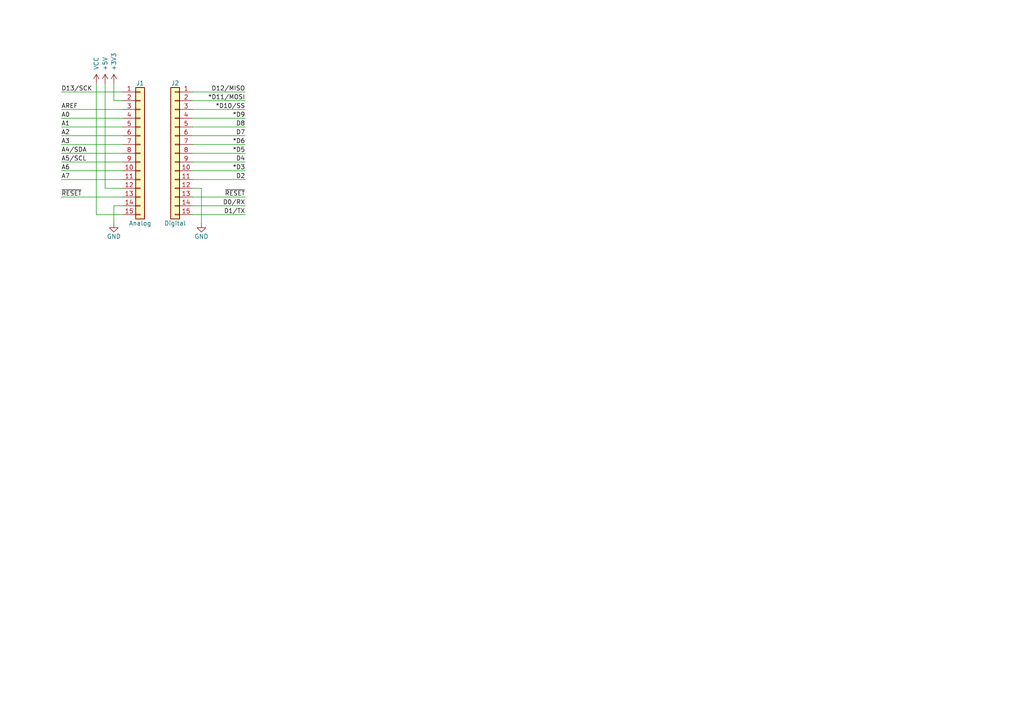
<source format=kicad_sch>
(kicad_sch (version 20211123) (generator eeschema)

  (uuid 0d35483a-0b12-46cc-b9f2-896fd6831779)

  (paper "A4")

  (title_block
    (date "sam. 04 avril 2015")
  )

  (lib_symbols
    (symbol "Connector_Generic:Conn_01x15" (pin_names (offset 1.016) hide) (in_bom yes) (on_board yes)
      (property "Reference" "J" (id 0) (at 0 20.32 0)
        (effects (font (size 1.27 1.27)))
      )
      (property "Value" "Conn_01x15" (id 1) (at 0 -20.32 0)
        (effects (font (size 1.27 1.27)))
      )
      (property "Footprint" "" (id 2) (at 0 0 0)
        (effects (font (size 1.27 1.27)) hide)
      )
      (property "Datasheet" "~" (id 3) (at 0 0 0)
        (effects (font (size 1.27 1.27)) hide)
      )
      (property "ki_keywords" "connector" (id 4) (at 0 0 0)
        (effects (font (size 1.27 1.27)) hide)
      )
      (property "ki_description" "Generic connector, single row, 01x15, script generated (kicad-library-utils/schlib/autogen/connector/)" (id 5) (at 0 0 0)
        (effects (font (size 1.27 1.27)) hide)
      )
      (property "ki_fp_filters" "Connector*:*_1x??_*" (id 6) (at 0 0 0)
        (effects (font (size 1.27 1.27)) hide)
      )
      (symbol "Conn_01x15_1_1"
        (rectangle (start -1.27 -17.653) (end 0 -17.907)
          (stroke (width 0.1524) (type default) (color 0 0 0 0))
          (fill (type none))
        )
        (rectangle (start -1.27 -15.113) (end 0 -15.367)
          (stroke (width 0.1524) (type default) (color 0 0 0 0))
          (fill (type none))
        )
        (rectangle (start -1.27 -12.573) (end 0 -12.827)
          (stroke (width 0.1524) (type default) (color 0 0 0 0))
          (fill (type none))
        )
        (rectangle (start -1.27 -10.033) (end 0 -10.287)
          (stroke (width 0.1524) (type default) (color 0 0 0 0))
          (fill (type none))
        )
        (rectangle (start -1.27 -7.493) (end 0 -7.747)
          (stroke (width 0.1524) (type default) (color 0 0 0 0))
          (fill (type none))
        )
        (rectangle (start -1.27 -4.953) (end 0 -5.207)
          (stroke (width 0.1524) (type default) (color 0 0 0 0))
          (fill (type none))
        )
        (rectangle (start -1.27 -2.413) (end 0 -2.667)
          (stroke (width 0.1524) (type default) (color 0 0 0 0))
          (fill (type none))
        )
        (rectangle (start -1.27 0.127) (end 0 -0.127)
          (stroke (width 0.1524) (type default) (color 0 0 0 0))
          (fill (type none))
        )
        (rectangle (start -1.27 2.667) (end 0 2.413)
          (stroke (width 0.1524) (type default) (color 0 0 0 0))
          (fill (type none))
        )
        (rectangle (start -1.27 5.207) (end 0 4.953)
          (stroke (width 0.1524) (type default) (color 0 0 0 0))
          (fill (type none))
        )
        (rectangle (start -1.27 7.747) (end 0 7.493)
          (stroke (width 0.1524) (type default) (color 0 0 0 0))
          (fill (type none))
        )
        (rectangle (start -1.27 10.287) (end 0 10.033)
          (stroke (width 0.1524) (type default) (color 0 0 0 0))
          (fill (type none))
        )
        (rectangle (start -1.27 12.827) (end 0 12.573)
          (stroke (width 0.1524) (type default) (color 0 0 0 0))
          (fill (type none))
        )
        (rectangle (start -1.27 15.367) (end 0 15.113)
          (stroke (width 0.1524) (type default) (color 0 0 0 0))
          (fill (type none))
        )
        (rectangle (start -1.27 17.907) (end 0 17.653)
          (stroke (width 0.1524) (type default) (color 0 0 0 0))
          (fill (type none))
        )
        (rectangle (start -1.27 19.05) (end 1.27 -19.05)
          (stroke (width 0.254) (type default) (color 0 0 0 0))
          (fill (type background))
        )
        (pin passive line (at -5.08 17.78 0) (length 3.81)
          (name "Pin_1" (effects (font (size 1.27 1.27))))
          (number "1" (effects (font (size 1.27 1.27))))
        )
        (pin passive line (at -5.08 -5.08 0) (length 3.81)
          (name "Pin_10" (effects (font (size 1.27 1.27))))
          (number "10" (effects (font (size 1.27 1.27))))
        )
        (pin passive line (at -5.08 -7.62 0) (length 3.81)
          (name "Pin_11" (effects (font (size 1.27 1.27))))
          (number "11" (effects (font (size 1.27 1.27))))
        )
        (pin passive line (at -5.08 -10.16 0) (length 3.81)
          (name "Pin_12" (effects (font (size 1.27 1.27))))
          (number "12" (effects (font (size 1.27 1.27))))
        )
        (pin passive line (at -5.08 -12.7 0) (length 3.81)
          (name "Pin_13" (effects (font (size 1.27 1.27))))
          (number "13" (effects (font (size 1.27 1.27))))
        )
        (pin passive line (at -5.08 -15.24 0) (length 3.81)
          (name "Pin_14" (effects (font (size 1.27 1.27))))
          (number "14" (effects (font (size 1.27 1.27))))
        )
        (pin passive line (at -5.08 -17.78 0) (length 3.81)
          (name "Pin_15" (effects (font (size 1.27 1.27))))
          (number "15" (effects (font (size 1.27 1.27))))
        )
        (pin passive line (at -5.08 15.24 0) (length 3.81)
          (name "Pin_2" (effects (font (size 1.27 1.27))))
          (number "2" (effects (font (size 1.27 1.27))))
        )
        (pin passive line (at -5.08 12.7 0) (length 3.81)
          (name "Pin_3" (effects (font (size 1.27 1.27))))
          (number "3" (effects (font (size 1.27 1.27))))
        )
        (pin passive line (at -5.08 10.16 0) (length 3.81)
          (name "Pin_4" (effects (font (size 1.27 1.27))))
          (number "4" (effects (font (size 1.27 1.27))))
        )
        (pin passive line (at -5.08 7.62 0) (length 3.81)
          (name "Pin_5" (effects (font (size 1.27 1.27))))
          (number "5" (effects (font (size 1.27 1.27))))
        )
        (pin passive line (at -5.08 5.08 0) (length 3.81)
          (name "Pin_6" (effects (font (size 1.27 1.27))))
          (number "6" (effects (font (size 1.27 1.27))))
        )
        (pin passive line (at -5.08 2.54 0) (length 3.81)
          (name "Pin_7" (effects (font (size 1.27 1.27))))
          (number "7" (effects (font (size 1.27 1.27))))
        )
        (pin passive line (at -5.08 0 0) (length 3.81)
          (name "Pin_8" (effects (font (size 1.27 1.27))))
          (number "8" (effects (font (size 1.27 1.27))))
        )
        (pin passive line (at -5.08 -2.54 0) (length 3.81)
          (name "Pin_9" (effects (font (size 1.27 1.27))))
          (number "9" (effects (font (size 1.27 1.27))))
        )
      )
    )
    (symbol "power:+3.3V" (power) (pin_names (offset 0)) (in_bom yes) (on_board yes)
      (property "Reference" "#PWR" (id 0) (at 0 -3.81 0)
        (effects (font (size 1.27 1.27)) hide)
      )
      (property "Value" "+3.3V" (id 1) (at 0 3.556 0)
        (effects (font (size 1.27 1.27)))
      )
      (property "Footprint" "" (id 2) (at 0 0 0)
        (effects (font (size 1.27 1.27)) hide)
      )
      (property "Datasheet" "" (id 3) (at 0 0 0)
        (effects (font (size 1.27 1.27)) hide)
      )
      (property "ki_keywords" "power-flag" (id 4) (at 0 0 0)
        (effects (font (size 1.27 1.27)) hide)
      )
      (property "ki_description" "Power symbol creates a global label with name \"+3.3V\"" (id 5) (at 0 0 0)
        (effects (font (size 1.27 1.27)) hide)
      )
      (symbol "+3.3V_0_1"
        (polyline
          (pts
            (xy -0.762 1.27)
            (xy 0 2.54)
          )
          (stroke (width 0) (type default) (color 0 0 0 0))
          (fill (type none))
        )
        (polyline
          (pts
            (xy 0 0)
            (xy 0 2.54)
          )
          (stroke (width 0) (type default) (color 0 0 0 0))
          (fill (type none))
        )
        (polyline
          (pts
            (xy 0 2.54)
            (xy 0.762 1.27)
          )
          (stroke (width 0) (type default) (color 0 0 0 0))
          (fill (type none))
        )
      )
      (symbol "+3.3V_1_1"
        (pin power_in line (at 0 0 90) (length 0) hide
          (name "+3V3" (effects (font (size 1.27 1.27))))
          (number "1" (effects (font (size 1.27 1.27))))
        )
      )
    )
    (symbol "power:+5V" (power) (pin_names (offset 0)) (in_bom yes) (on_board yes)
      (property "Reference" "#PWR" (id 0) (at 0 -3.81 0)
        (effects (font (size 1.27 1.27)) hide)
      )
      (property "Value" "+5V" (id 1) (at 0 3.556 0)
        (effects (font (size 1.27 1.27)))
      )
      (property "Footprint" "" (id 2) (at 0 0 0)
        (effects (font (size 1.27 1.27)) hide)
      )
      (property "Datasheet" "" (id 3) (at 0 0 0)
        (effects (font (size 1.27 1.27)) hide)
      )
      (property "ki_keywords" "power-flag" (id 4) (at 0 0 0)
        (effects (font (size 1.27 1.27)) hide)
      )
      (property "ki_description" "Power symbol creates a global label with name \"+5V\"" (id 5) (at 0 0 0)
        (effects (font (size 1.27 1.27)) hide)
      )
      (symbol "+5V_0_1"
        (polyline
          (pts
            (xy -0.762 1.27)
            (xy 0 2.54)
          )
          (stroke (width 0) (type default) (color 0 0 0 0))
          (fill (type none))
        )
        (polyline
          (pts
            (xy 0 0)
            (xy 0 2.54)
          )
          (stroke (width 0) (type default) (color 0 0 0 0))
          (fill (type none))
        )
        (polyline
          (pts
            (xy 0 2.54)
            (xy 0.762 1.27)
          )
          (stroke (width 0) (type default) (color 0 0 0 0))
          (fill (type none))
        )
      )
      (symbol "+5V_1_1"
        (pin power_in line (at 0 0 90) (length 0) hide
          (name "+5V" (effects (font (size 1.27 1.27))))
          (number "1" (effects (font (size 1.27 1.27))))
        )
      )
    )
    (symbol "power:GND" (power) (pin_names (offset 0)) (in_bom yes) (on_board yes)
      (property "Reference" "#PWR" (id 0) (at 0 -6.35 0)
        (effects (font (size 1.27 1.27)) hide)
      )
      (property "Value" "GND" (id 1) (at 0 -3.81 0)
        (effects (font (size 1.27 1.27)))
      )
      (property "Footprint" "" (id 2) (at 0 0 0)
        (effects (font (size 1.27 1.27)) hide)
      )
      (property "Datasheet" "" (id 3) (at 0 0 0)
        (effects (font (size 1.27 1.27)) hide)
      )
      (property "ki_keywords" "power-flag" (id 4) (at 0 0 0)
        (effects (font (size 1.27 1.27)) hide)
      )
      (property "ki_description" "Power symbol creates a global label with name \"GND\" , ground" (id 5) (at 0 0 0)
        (effects (font (size 1.27 1.27)) hide)
      )
      (symbol "GND_0_1"
        (polyline
          (pts
            (xy 0 0)
            (xy 0 -1.27)
            (xy 1.27 -1.27)
            (xy 0 -2.54)
            (xy -1.27 -1.27)
            (xy 0 -1.27)
          )
          (stroke (width 0) (type default) (color 0 0 0 0))
          (fill (type none))
        )
      )
      (symbol "GND_1_1"
        (pin power_in line (at 0 0 270) (length 0) hide
          (name "GND" (effects (font (size 1.27 1.27))))
          (number "1" (effects (font (size 1.27 1.27))))
        )
      )
    )
    (symbol "power:VCC" (power) (pin_names (offset 0)) (in_bom yes) (on_board yes)
      (property "Reference" "#PWR" (id 0) (at 0 -3.81 0)
        (effects (font (size 1.27 1.27)) hide)
      )
      (property "Value" "VCC" (id 1) (at 0 3.81 0)
        (effects (font (size 1.27 1.27)))
      )
      (property "Footprint" "" (id 2) (at 0 0 0)
        (effects (font (size 1.27 1.27)) hide)
      )
      (property "Datasheet" "" (id 3) (at 0 0 0)
        (effects (font (size 1.27 1.27)) hide)
      )
      (property "ki_keywords" "power-flag" (id 4) (at 0 0 0)
        (effects (font (size 1.27 1.27)) hide)
      )
      (property "ki_description" "Power symbol creates a global label with name \"VCC\"" (id 5) (at 0 0 0)
        (effects (font (size 1.27 1.27)) hide)
      )
      (symbol "VCC_0_1"
        (polyline
          (pts
            (xy -0.762 1.27)
            (xy 0 2.54)
          )
          (stroke (width 0) (type default) (color 0 0 0 0))
          (fill (type none))
        )
        (polyline
          (pts
            (xy 0 0)
            (xy 0 2.54)
          )
          (stroke (width 0) (type default) (color 0 0 0 0))
          (fill (type none))
        )
        (polyline
          (pts
            (xy 0 2.54)
            (xy 0.762 1.27)
          )
          (stroke (width 0) (type default) (color 0 0 0 0))
          (fill (type none))
        )
      )
      (symbol "VCC_1_1"
        (pin power_in line (at 0 0 90) (length 0) hide
          (name "VCC" (effects (font (size 1.27 1.27))))
          (number "1" (effects (font (size 1.27 1.27))))
        )
      )
    )
  )


  (wire (pts (xy 55.88 59.69) (xy 71.12 59.69))
    (stroke (width 0) (type solid) (color 0 0 0 0))
    (uuid 004f77db-035a-4124-a1f6-b93657669896)
  )
  (wire (pts (xy 35.56 29.21) (xy 33.02 29.21))
    (stroke (width 0) (type solid) (color 0 0 0 0))
    (uuid 0613c665-681f-415e-b037-3a4028b50f8f)
  )
  (wire (pts (xy 17.78 39.37) (xy 35.56 39.37))
    (stroke (width 0) (type solid) (color 0 0 0 0))
    (uuid 1cb78ae5-9892-491d-a804-f89292a637d8)
  )
  (wire (pts (xy 17.78 44.45) (xy 35.56 44.45))
    (stroke (width 0) (type solid) (color 0 0 0 0))
    (uuid 1ec744a7-b90b-4c61-88bc-2c9aac322afd)
  )
  (wire (pts (xy 30.48 24.13) (xy 30.48 54.61))
    (stroke (width 0) (type solid) (color 0 0 0 0))
    (uuid 22a763f9-a4ea-4493-a861-a12440c0ac58)
  )
  (wire (pts (xy 35.56 54.61) (xy 30.48 54.61))
    (stroke (width 0) (type solid) (color 0 0 0 0))
    (uuid 22a763f9-a4ea-4493-a861-a12440c0ac59)
  )
  (wire (pts (xy 17.78 41.91) (xy 35.56 41.91))
    (stroke (width 0) (type solid) (color 0 0 0 0))
    (uuid 37647ca6-681d-4668-be6f-538f6740826c)
  )
  (wire (pts (xy 55.88 31.75) (xy 71.12 31.75))
    (stroke (width 0) (type solid) (color 0 0 0 0))
    (uuid 3880afe5-062c-41ae-8e76-f55acbf5ead9)
  )
  (wire (pts (xy 55.88 36.83) (xy 71.12 36.83))
    (stroke (width 0) (type solid) (color 0 0 0 0))
    (uuid 4b5c1736-e9f2-47b1-8849-dab775154a2d)
  )
  (wire (pts (xy 55.88 39.37) (xy 71.12 39.37))
    (stroke (width 0) (type solid) (color 0 0 0 0))
    (uuid 512cab5f-43f3-4ecd-9d7a-7bf8592e8118)
  )
  (wire (pts (xy 55.88 52.07) (xy 71.12 52.07))
    (stroke (width 0) (type solid) (color 0 0 0 0))
    (uuid 63b67fc0-88dc-479c-a19a-cf4186180a76)
  )
  (wire (pts (xy 17.78 31.75) (xy 35.56 31.75))
    (stroke (width 0) (type solid) (color 0 0 0 0))
    (uuid 7b8d3495-5da9-45a1-9c2f-15e172063ffa)
  )
  (wire (pts (xy 55.88 44.45) (xy 71.12 44.45))
    (stroke (width 0) (type solid) (color 0 0 0 0))
    (uuid 80efb8ec-d89c-4864-9595-9b53a7277783)
  )
  (wire (pts (xy 33.02 24.13) (xy 33.02 29.21))
    (stroke (width 0) (type solid) (color 0 0 0 0))
    (uuid 827b62c7-27f3-4490-8202-02430e85a9da)
  )
  (wire (pts (xy 55.88 54.61) (xy 58.42 54.61))
    (stroke (width 0) (type solid) (color 0 0 0 0))
    (uuid 830176a4-b2e6-4aa8-8d82-7b03b5cb1637)
  )
  (wire (pts (xy 55.88 26.67) (xy 71.12 26.67))
    (stroke (width 0) (type solid) (color 0 0 0 0))
    (uuid 890dba85-5364-490f-b26f-bd65acd5d756)
  )
  (wire (pts (xy 27.94 24.13) (xy 27.94 62.23))
    (stroke (width 0) (type solid) (color 0 0 0 0))
    (uuid 8991b924-f721-48ae-a82d-04118434898d)
  )
  (wire (pts (xy 35.56 62.23) (xy 27.94 62.23))
    (stroke (width 0) (type solid) (color 0 0 0 0))
    (uuid 8991b924-f721-48ae-a82d-04118434898e)
  )
  (wire (pts (xy 17.78 57.15) (xy 35.56 57.15))
    (stroke (width 0) (type solid) (color 0 0 0 0))
    (uuid 8df6175a-1f21-487b-88c3-8a5a9f2319d7)
  )
  (wire (pts (xy 55.88 41.91) (xy 71.12 41.91))
    (stroke (width 0) (type solid) (color 0 0 0 0))
    (uuid 92f2ec1a-1ec5-4737-a86d-0627998779c7)
  )
  (wire (pts (xy 55.88 46.99) (xy 71.12 46.99))
    (stroke (width 0) (type solid) (color 0 0 0 0))
    (uuid 9427daf4-89bd-4fb4-a139-de482bcb6250)
  )
  (wire (pts (xy 17.78 34.29) (xy 35.56 34.29))
    (stroke (width 0) (type solid) (color 0 0 0 0))
    (uuid a15d73e3-c101-4530-98e6-366a90e4c045)
  )
  (wire (pts (xy 17.78 26.67) (xy 35.56 26.67))
    (stroke (width 0) (type solid) (color 0 0 0 0))
    (uuid b3a75b03-2b00-4bf4-9caa-49ea17f456d7)
  )
  (wire (pts (xy 55.88 49.53) (xy 71.12 49.53))
    (stroke (width 0) (type solid) (color 0 0 0 0))
    (uuid b4914b85-2b16-49d0-94eb-cb1035996914)
  )
  (wire (pts (xy 17.78 52.07) (xy 35.56 52.07))
    (stroke (width 0) (type solid) (color 0 0 0 0))
    (uuid bfdad00d-47b8-4628-9301-f459b252b7a0)
  )
  (wire (pts (xy 17.78 46.99) (xy 35.56 46.99))
    (stroke (width 0) (type solid) (color 0 0 0 0))
    (uuid c002e9a1-def2-4c8a-94b9-f6676c672a60)
  )
  (wire (pts (xy 55.88 34.29) (xy 71.12 34.29))
    (stroke (width 0) (type solid) (color 0 0 0 0))
    (uuid cb4fcfa7-6193-43d6-8e5b-691944704ba2)
  )
  (wire (pts (xy 55.88 57.15) (xy 71.12 57.15))
    (stroke (width 0) (type solid) (color 0 0 0 0))
    (uuid ce233980-82cb-4dcd-a7a8-233368de2d4a)
  )
  (wire (pts (xy 58.42 54.61) (xy 58.42 64.77))
    (stroke (width 0) (type solid) (color 0 0 0 0))
    (uuid d17dc28a-c2e6-428e-b6cb-5cf6e9e7bbd3)
  )
  (wire (pts (xy 55.88 62.23) (xy 71.12 62.23))
    (stroke (width 0) (type solid) (color 0 0 0 0))
    (uuid dacb5170-82b3-464b-8624-61120120cf8e)
  )
  (wire (pts (xy 17.78 49.53) (xy 35.56 49.53))
    (stroke (width 0) (type solid) (color 0 0 0 0))
    (uuid e5147152-2718-4764-b0b2-bc208d89a5a8)
  )
  (wire (pts (xy 33.02 59.69) (xy 33.02 64.77))
    (stroke (width 0) (type solid) (color 0 0 0 0))
    (uuid f5c098e0-fc36-4b6f-9b18-934da332c8fc)
  )
  (wire (pts (xy 35.56 59.69) (xy 33.02 59.69))
    (stroke (width 0) (type solid) (color 0 0 0 0))
    (uuid f5c098e0-fc36-4b6f-9b18-934da332c8fd)
  )
  (wire (pts (xy 17.78 36.83) (xy 35.56 36.83))
    (stroke (width 0) (type solid) (color 0 0 0 0))
    (uuid f7e178b6-bb2f-4503-b795-7991a07c024f)
  )
  (wire (pts (xy 55.88 29.21) (xy 71.12 29.21))
    (stroke (width 0) (type solid) (color 0 0 0 0))
    (uuid fee43712-22d8-4db1-92a8-2882253af55d)
  )

  (label "D4" (at 71.12 46.99 180)
    (effects (font (size 1.27 1.27)) (justify right bottom))
    (uuid 0548dd48-82f0-4dfd-b7c7-8c6d6a53966d)
  )
  (label "*D5" (at 71.12 44.45 180)
    (effects (font (size 1.27 1.27)) (justify right bottom))
    (uuid 2121c4b3-a146-4d20-af7e-66b379dc0906)
  )
  (label "A2" (at 17.78 39.37 0)
    (effects (font (size 1.27 1.27)) (justify left bottom))
    (uuid 2e1c2e65-5f04-49e2-8fc2-fb7023d1caa4)
  )
  (label "D7" (at 71.12 39.37 180)
    (effects (font (size 1.27 1.27)) (justify right bottom))
    (uuid 3568c226-c5f9-4ea9-821a-aaef9fed4ede)
  )
  (label "D13{slash}SCK" (at 17.78 26.67 0)
    (effects (font (size 1.27 1.27)) (justify left bottom))
    (uuid 4df5306c-d1f8-4f35-9e22-6412b2c40f94)
  )
  (label "A7" (at 17.78 52.07 0)
    (effects (font (size 1.27 1.27)) (justify left bottom))
    (uuid 56d941f2-8214-44c6-8ad2-5e60b7da1e5e)
  )
  (label "*D6" (at 71.12 41.91 180)
    (effects (font (size 1.27 1.27)) (justify right bottom))
    (uuid 61132bd2-4cc5-4366-9262-e88893dc20a1)
  )
  (label "*D11{slash}MOSI" (at 71.12 29.21 180)
    (effects (font (size 1.27 1.27)) (justify right bottom))
    (uuid 74b94d74-eade-428b-a6b7-a363dd0f6546)
  )
  (label "A1" (at 17.78 36.83 0)
    (effects (font (size 1.27 1.27)) (justify left bottom))
    (uuid 760a4838-cda5-4b2f-81a0-41a8774a8ea5)
  )
  (label "A4{slash}SDA" (at 17.78 44.45 0)
    (effects (font (size 1.27 1.27)) (justify left bottom))
    (uuid 8d4e04e4-83b1-41ce-8748-071f7ad61cba)
  )
  (label "A5{slash}SCL" (at 17.78 46.99 0)
    (effects (font (size 1.27 1.27)) (justify left bottom))
    (uuid 90cf52df-bd79-404d-aa60-e254d08b5d48)
  )
  (label "A3" (at 17.78 41.91 0)
    (effects (font (size 1.27 1.27)) (justify left bottom))
    (uuid a749243c-4d08-4e8e-a789-9f617f366d8f)
  )
  (label "~{RESET}" (at 71.12 57.15 180)
    (effects (font (size 1.27 1.27)) (justify right bottom))
    (uuid a8167c8c-76f9-42ff-885a-ff751268241f)
  )
  (label "~{RESET}" (at 17.78 57.15 0)
    (effects (font (size 1.27 1.27)) (justify left bottom))
    (uuid a8f529f9-3981-412d-9906-5e875e982acd)
  )
  (label "A6" (at 17.78 49.53 0)
    (effects (font (size 1.27 1.27)) (justify left bottom))
    (uuid aba042c1-f157-4dde-9500-808ea083da72)
  )
  (label "A0" (at 17.78 34.29 0)
    (effects (font (size 1.27 1.27)) (justify left bottom))
    (uuid af22c88c-fcb5-4412-b247-91bcb92cd0a1)
  )
  (label "*D9" (at 71.12 34.29 180)
    (effects (font (size 1.27 1.27)) (justify right bottom))
    (uuid b87a78be-5039-43c8-af84-7828b71d40b4)
  )
  (label "*D3" (at 71.12 49.53 180)
    (effects (font (size 1.27 1.27)) (justify right bottom))
    (uuid c7c752d9-073c-43c6-aa61-7daad5f6cc5f)
  )
  (label "D2" (at 71.12 52.07 180)
    (effects (font (size 1.27 1.27)) (justify right bottom))
    (uuid cfee8089-f73c-4dde-a1b1-953bf0c0351b)
  )
  (label "D8" (at 71.12 36.83 180)
    (effects (font (size 1.27 1.27)) (justify right bottom))
    (uuid da7b1b00-ede4-48f2-ac44-7ed7fa7c6f9c)
  )
  (label "D1{slash}TX" (at 71.12 62.23 180)
    (effects (font (size 1.27 1.27)) (justify right bottom))
    (uuid db1e112f-d63c-4988-94e6-bb7ef35b1dae)
  )
  (label "D0{slash}RX" (at 71.12 59.69 180)
    (effects (font (size 1.27 1.27)) (justify right bottom))
    (uuid dc63ba23-aaf4-4703-b48b-fd89fd9c2302)
  )
  (label "AREF" (at 17.78 31.75 0)
    (effects (font (size 1.27 1.27)) (justify left bottom))
    (uuid e7297d98-854d-436c-b2f8-dfa0a0bc4452)
  )
  (label "*D10{slash}SS" (at 71.12 31.75 180)
    (effects (font (size 1.27 1.27)) (justify right bottom))
    (uuid f17347a3-5341-4d84-921e-21b145a275f5)
  )
  (label "D12{slash}MISO" (at 71.12 26.67 180)
    (effects (font (size 1.27 1.27)) (justify right bottom))
    (uuid f974f73f-e708-451e-8cc0-6823550807c0)
  )

  (symbol (lib_id "Connector_Generic:Conn_01x15") (at 40.64 44.45 0) (unit 1)
    (in_bom yes) (on_board yes)
    (uuid 00000000-0000-0000-0000-000056d719df)
    (property "Reference" "J1" (id 0) (at 40.64 24.13 0))
    (property "Value" "Analog" (id 1) (at 40.64 64.77 0))
    (property "Footprint" "Connector_PinHeader_2.54mm:PinHeader_1x15_P2.54mm_Vertical" (id 2) (at 40.64 44.45 0)
      (effects (font (size 1.27 1.27)) hide)
    )
    (property "Datasheet" "~" (id 3) (at 40.64 44.45 0)
      (effects (font (size 1.27 1.27)) hide)
    )
    (pin "1" (uuid 756e3adb-8e69-443b-a62a-32ab5863ff36))
    (pin "10" (uuid 728856c8-c8ad-4d51-a6d7-77f17a9da41a))
    (pin "11" (uuid 7e1c8ea5-2278-49ee-8bbd-25d8e6e74d42))
    (pin "12" (uuid 1f9c6584-8235-48a6-b5a6-fff2d9b27635))
    (pin "13" (uuid 8caa17df-267a-466a-bbcc-e53cdf534d63))
    (pin "14" (uuid 6edec02c-2dd4-4f33-b5ea-3e428106885a))
    (pin "15" (uuid c8f76867-940e-40ba-8771-40e2cc265f0c))
    (pin "2" (uuid b1e20a9c-cf3d-44f3-9534-345a95b4eb58))
    (pin "3" (uuid 375121e4-9809-4fe2-8c8a-ababeb77fa5a))
    (pin "4" (uuid d98ce55b-385c-4930-972d-f20d141ad63d))
    (pin "5" (uuid fbf62a93-0ec4-47c4-9af6-25ea6473a1da))
    (pin "6" (uuid e3c3dbfc-c56e-44d3-a600-0bc0c1ccf692))
    (pin "7" (uuid 0f5db624-2771-4c60-b241-1014ae927bda))
    (pin "8" (uuid 9470ab1c-c30b-4abc-aa67-390ddc1ed18b))
    (pin "9" (uuid a18e2de3-488e-459d-b641-19b4c32465cb))
  )

  (symbol (lib_id "Connector_Generic:Conn_01x15") (at 50.8 44.45 0) (mirror y) (unit 1)
    (in_bom yes) (on_board yes)
    (uuid 00000000-0000-0000-0000-000056d71a21)
    (property "Reference" "J2" (id 0) (at 50.8 24.13 0))
    (property "Value" "Digital" (id 1) (at 50.8 64.77 0))
    (property "Footprint" "Connector_PinHeader_2.54mm:PinHeader_1x15_P2.54mm_Vertical" (id 2) (at 50.8 44.45 0)
      (effects (font (size 1.27 1.27)) hide)
    )
    (property "Datasheet" "~" (id 3) (at 50.8 44.45 0)
      (effects (font (size 1.27 1.27)) hide)
    )
    (pin "1" (uuid 7ae96558-a39b-4e99-b8bd-5476d49877b2))
    (pin "10" (uuid 78a2ae77-e867-40e6-97ea-db40bb237c7b))
    (pin "11" (uuid 5466551f-eab5-4634-9e94-a5fe8846e46c))
    (pin "12" (uuid 0c61a52d-4af4-4e67-b476-a6cbe7de67ed))
    (pin "13" (uuid ac7cae48-fdf8-4da7-b508-2c27e72e1e73))
    (pin "14" (uuid 9ce61fd5-7ff2-4709-8e12-876c2a61c0da))
    (pin "15" (uuid 0771d685-18ea-45c7-b7ae-9c1f470d9adc))
    (pin "2" (uuid e390c661-a869-4586-bda2-08fc17897730))
    (pin "3" (uuid ed3fc17a-c008-4876-b40d-6b5f01a303c5))
    (pin "4" (uuid dfe4466b-3eac-480e-bc17-f6945aabecc1))
    (pin "5" (uuid 153b8fc6-65ff-4485-9324-8310c2abeeec))
    (pin "6" (uuid 9f1384f8-13b9-4db4-a1ea-255aeaa90284))
    (pin "7" (uuid 1d3574be-3e2e-40ba-95d1-930b2a8ef845))
    (pin "8" (uuid 6fd428aa-b89f-48c4-970e-416143a5e589))
    (pin "9" (uuid 8ae84978-be40-4179-aba8-5c21c62e26bd))
  )

  (symbol (lib_id "power:+5V") (at 30.48 24.13 0) (unit 1)
    (in_bom yes) (on_board yes)
    (uuid 64d63185-6201-47f7-9382-f0edd99f9af9)
    (property "Reference" "#PWR0103" (id 0) (at 30.48 27.94 0)
      (effects (font (size 1.27 1.27)) hide)
    )
    (property "Value" "+5V" (id 1) (at 30.48 20.574 90)
      (effects (font (size 1.27 1.27)) (justify left))
    )
    (property "Footprint" "" (id 2) (at 30.48 24.13 0)
      (effects (font (size 1.27 1.27)) hide)
    )
    (property "Datasheet" "" (id 3) (at 30.48 24.13 0)
      (effects (font (size 1.27 1.27)) hide)
    )
    (pin "1" (uuid 4c761aac-9a1c-42f4-add7-84bf5de29b28))
  )

  (symbol (lib_id "power:+3.3V") (at 33.02 24.13 0) (unit 1)
    (in_bom yes) (on_board yes)
    (uuid 6a687ce9-fb57-4ecb-8030-aa131281c14a)
    (property "Reference" "#PWR0102" (id 0) (at 33.02 27.94 0)
      (effects (font (size 1.27 1.27)) hide)
    )
    (property "Value" "+3.3V" (id 1) (at 33.02 20.574 90)
      (effects (font (size 1.27 1.27)) (justify left))
    )
    (property "Footprint" "" (id 2) (at 33.02 24.13 0)
      (effects (font (size 1.27 1.27)) hide)
    )
    (property "Datasheet" "" (id 3) (at 33.02 24.13 0)
      (effects (font (size 1.27 1.27)) hide)
    )
    (pin "1" (uuid 6c5fcae0-91b6-4fd4-bf71-758ef20d89a8))
  )

  (symbol (lib_id "power:VCC") (at 27.94 24.13 0) (unit 1)
    (in_bom yes) (on_board yes)
    (uuid 7bf09870-c7ef-41a9-9a8c-4910c93d4ef8)
    (property "Reference" "#PWR0101" (id 0) (at 27.94 27.94 0)
      (effects (font (size 1.27 1.27)) hide)
    )
    (property "Value" "VCC" (id 1) (at 27.94 20.32 90)
      (effects (font (size 1.27 1.27)) (justify left))
    )
    (property "Footprint" "" (id 2) (at 27.94 24.13 0)
      (effects (font (size 1.27 1.27)) hide)
    )
    (property "Datasheet" "" (id 3) (at 27.94 24.13 0)
      (effects (font (size 1.27 1.27)) hide)
    )
    (pin "1" (uuid 351ee7e0-6e2d-4422-a971-3d1d66acbbe3))
  )

  (symbol (lib_id "power:GND") (at 58.42 64.77 0) (unit 1)
    (in_bom yes) (on_board yes)
    (uuid a2b409d2-5a30-4151-b7cb-b6e74c99f083)
    (property "Reference" "#PWR0105" (id 0) (at 58.42 71.12 0)
      (effects (font (size 1.27 1.27)) hide)
    )
    (property "Value" "GND" (id 1) (at 58.42 68.58 0))
    (property "Footprint" "" (id 2) (at 58.42 64.77 0)
      (effects (font (size 1.27 1.27)) hide)
    )
    (property "Datasheet" "" (id 3) (at 58.42 64.77 0)
      (effects (font (size 1.27 1.27)) hide)
    )
    (pin "1" (uuid 74d34396-bf70-4410-8752-2b38769b1ce7))
  )

  (symbol (lib_id "power:GND") (at 33.02 64.77 0) (unit 1)
    (in_bom yes) (on_board yes)
    (uuid db3ca061-004c-45dd-981d-90a093b53fa7)
    (property "Reference" "#PWR0104" (id 0) (at 33.02 71.12 0)
      (effects (font (size 1.27 1.27)) hide)
    )
    (property "Value" "GND" (id 1) (at 33.02 68.58 0))
    (property "Footprint" "" (id 2) (at 33.02 64.77 0)
      (effects (font (size 1.27 1.27)) hide)
    )
    (property "Datasheet" "" (id 3) (at 33.02 64.77 0)
      (effects (font (size 1.27 1.27)) hide)
    )
    (pin "1" (uuid 173c7edd-70b9-4b52-9f4e-63854cbf6c47))
  )

  (sheet_instances
    (path "/" (page "1"))
  )

  (symbol_instances
    (path "/7bf09870-c7ef-41a9-9a8c-4910c93d4ef8"
      (reference "#PWR0101") (unit 1) (value "VCC") (footprint "")
    )
    (path "/6a687ce9-fb57-4ecb-8030-aa131281c14a"
      (reference "#PWR0102") (unit 1) (value "+3.3V") (footprint "")
    )
    (path "/64d63185-6201-47f7-9382-f0edd99f9af9"
      (reference "#PWR0103") (unit 1) (value "+5V") (footprint "")
    )
    (path "/db3ca061-004c-45dd-981d-90a093b53fa7"
      (reference "#PWR0104") (unit 1) (value "GND") (footprint "")
    )
    (path "/a2b409d2-5a30-4151-b7cb-b6e74c99f083"
      (reference "#PWR0105") (unit 1) (value "GND") (footprint "")
    )
    (path "/00000000-0000-0000-0000-000056d719df"
      (reference "J1") (unit 1) (value "Analog") (footprint "Connector_PinHeader_2.54mm:PinHeader_1x15_P2.54mm_Vertical")
    )
    (path "/00000000-0000-0000-0000-000056d71a21"
      (reference "J2") (unit 1) (value "Digital") (footprint "Connector_PinHeader_2.54mm:PinHeader_1x15_P2.54mm_Vertical")
    )
  )
)

</source>
